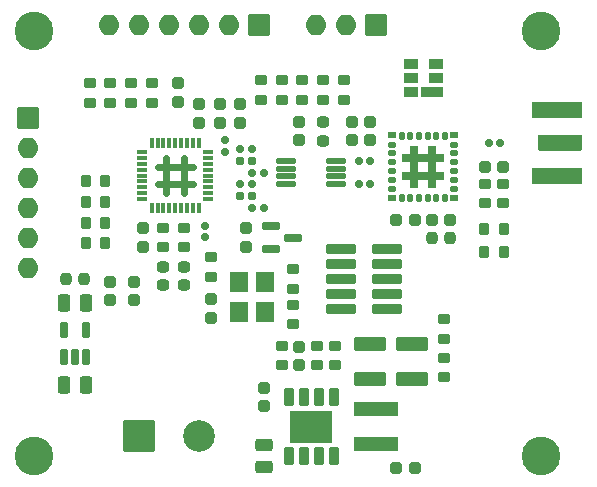
<source format=gts>
%TF.GenerationSoftware,KiCad,Pcbnew,5.99.0-unknown-c5e195bdff~131~ubuntu20.04.1*%
%TF.CreationDate,2021-08-04T16:13:58-04:00*%
%TF.ProjectId,openlst-hw,6f70656e-6c73-4742-9d68-772e6b696361,rev?*%
%TF.SameCoordinates,Original*%
%TF.FileFunction,Soldermask,Top*%
%TF.FilePolarity,Negative*%
%FSLAX46Y46*%
G04 Gerber Fmt 4.6, Leading zero omitted, Abs format (unit mm)*
G04 Created by KiCad (PCBNEW 5.99.0-unknown-c5e195bdff~131~ubuntu20.04.1) date 2021-08-04 16:13:58*
%MOMM*%
%LPD*%
G01*
G04 APERTURE LIST*
G04 Aperture macros list*
%AMRoundRect*
0 Rectangle with rounded corners*
0 $1 Rounding radius*
0 $2 $3 $4 $5 $6 $7 $8 $9 X,Y pos of 4 corners*
0 Add a 4 corners polygon primitive as box body*
4,1,4,$2,$3,$4,$5,$6,$7,$8,$9,$2,$3,0*
0 Add four circle primitives for the rounded corners*
1,1,$1+$1,$2,$3*
1,1,$1+$1,$4,$5*
1,1,$1+$1,$6,$7*
1,1,$1+$1,$8,$9*
0 Add four rect primitives between the rounded corners*
20,1,$1+$1,$2,$3,$4,$5,0*
20,1,$1+$1,$4,$5,$6,$7,0*
20,1,$1+$1,$6,$7,$8,$9,0*
20,1,$1+$1,$8,$9,$2,$3,0*%
G04 Aperture macros list end*
%ADD10C,0.600000*%
%ADD11RoundRect,0.038100X-0.850000X-0.850000X0.850000X-0.850000X0.850000X0.850000X-0.850000X0.850000X0*%
%ADD12O,1.776200X1.776200*%
%ADD13RoundRect,0.038100X-0.850000X0.850000X-0.850000X-0.850000X0.850000X-0.850000X0.850000X0.850000X0*%
%ADD14RoundRect,0.238100X0.275000X-0.200000X0.275000X0.200000X-0.275000X0.200000X-0.275000X-0.200000X0*%
%ADD15RoundRect,0.263100X0.250000X-0.225000X0.250000X0.225000X-0.250000X0.225000X-0.250000X-0.225000X0*%
%ADD16RoundRect,0.263100X-0.225000X-0.250000X0.225000X-0.250000X0.225000X0.250000X-0.225000X0.250000X0*%
%ADD17RoundRect,0.178100X0.140000X0.170000X-0.140000X0.170000X-0.140000X-0.170000X0.140000X-0.170000X0*%
%ADD18C,3.276200*%
%ADD19RoundRect,0.038100X0.375000X-0.140000X0.375000X0.140000X-0.375000X0.140000X-0.375000X-0.140000X0*%
%ADD20RoundRect,0.038100X-0.140000X-0.375000X0.140000X-0.375000X0.140000X0.375000X-0.140000X0.375000X0*%
%ADD21RoundRect,0.256850X0.256250X-0.218750X0.256250X0.218750X-0.256250X0.218750X-0.256250X-0.218750X0*%
%ADD22RoundRect,0.238100X0.200000X0.275000X-0.200000X0.275000X-0.200000X-0.275000X0.200000X-0.275000X0*%
%ADD23RoundRect,0.038100X0.275000X0.250000X-0.275000X0.250000X-0.275000X-0.250000X0.275000X-0.250000X0*%
%ADD24RoundRect,0.038100X0.275000X0.200000X-0.275000X0.200000X-0.275000X-0.200000X0.275000X-0.200000X0*%
%ADD25RoundRect,0.038100X0.200000X0.275000X-0.200000X0.275000X-0.200000X-0.275000X0.200000X-0.275000X0*%
%ADD26RoundRect,0.038100X0.300000X1.750000X-0.300000X1.750000X-0.300000X-1.750000X0.300000X-1.750000X0*%
%ADD27RoundRect,0.038100X-1.750000X0.300000X-1.750000X-0.300000X1.750000X-0.300000X1.750000X0.300000X0*%
%ADD28RoundRect,0.288100X1.100000X-0.325000X1.100000X0.325000X-1.100000X0.325000X-1.100000X-0.325000X0*%
%ADD29RoundRect,0.178100X-0.170000X0.140000X-0.170000X-0.140000X0.170000X-0.140000X0.170000X0.140000X0*%
%ADD30RoundRect,0.263100X0.225000X0.250000X-0.225000X0.250000X-0.225000X-0.250000X0.225000X-0.250000X0*%
%ADD31RoundRect,0.178100X-0.140000X-0.170000X0.140000X-0.170000X0.140000X0.170000X-0.140000X0.170000X0*%
%ADD32RoundRect,0.238100X-0.275000X0.200000X-0.275000X-0.200000X0.275000X-0.200000X0.275000X0.200000X0*%
%ADD33RoundRect,0.038100X-1.300000X-1.300000X1.300000X-1.300000X1.300000X1.300000X-1.300000X1.300000X0*%
%ADD34C,2.676200*%
%ADD35RoundRect,0.263100X-0.250000X0.225000X-0.250000X-0.225000X0.250000X-0.225000X0.250000X0.225000X0*%
%ADD36RoundRect,0.188100X0.150000X-0.512500X0.150000X0.512500X-0.150000X0.512500X-0.150000X-0.512500X0*%
%ADD37RoundRect,0.178100X0.170000X-0.140000X0.170000X0.140000X-0.170000X0.140000X-0.170000X-0.140000X0*%
%ADD38RoundRect,0.185600X0.147500X0.172500X-0.147500X0.172500X-0.147500X-0.172500X0.147500X-0.172500X0*%
%ADD39RoundRect,0.256850X-0.256250X0.218750X-0.256250X-0.218750X0.256250X-0.218750X0.256250X0.218750X0*%
%ADD40RoundRect,0.038100X1.800000X-0.575000X1.800000X0.575000X-1.800000X0.575000X-1.800000X-0.575000X0*%
%ADD41RoundRect,0.038100X-1.200000X-0.370000X1.200000X-0.370000X1.200000X0.370000X-1.200000X0.370000X0*%
%ADD42RoundRect,0.038100X1.800000X-0.635000X1.800000X0.635000X-1.800000X0.635000X-1.800000X-0.635000X0*%
%ADD43RoundRect,0.038100X2.100000X-0.675000X2.100000X0.675000X-2.100000X0.675000X-2.100000X-0.675000X0*%
%ADD44RoundRect,0.138100X-0.712500X-0.100000X0.712500X-0.100000X0.712500X0.100000X-0.712500X0.100000X0*%
%ADD45RoundRect,0.288100X-0.250000X-0.475000X0.250000X-0.475000X0.250000X0.475000X-0.250000X0.475000X0*%
%ADD46RoundRect,0.038100X0.750000X-0.800000X0.750000X0.800000X-0.750000X0.800000X-0.750000X-0.800000X0*%
%ADD47RoundRect,0.256850X-0.218750X-0.256250X0.218750X-0.256250X0.218750X0.256250X-0.218750X0.256250X0*%
%ADD48RoundRect,0.256850X0.218750X0.256250X-0.218750X0.256250X-0.218750X-0.256250X0.218750X-0.256250X0*%
%ADD49RoundRect,0.238600X0.200500X-0.552000X0.200500X0.552000X-0.200500X0.552000X-0.200500X-0.552000X0*%
%ADD50RoundRect,0.038100X1.751000X-1.306500X1.751000X1.306500X-1.751000X1.306500X-1.751000X-1.306500X0*%
%ADD51RoundRect,0.288100X0.250000X0.475000X-0.250000X0.475000X-0.250000X-0.475000X0.250000X-0.475000X0*%
%ADD52RoundRect,0.038100X0.850000X0.405000X-0.850000X0.405000X-0.850000X-0.405000X0.850000X-0.405000X0*%
%ADD53RoundRect,0.038100X0.525000X0.405000X-0.525000X0.405000X-0.525000X-0.405000X0.525000X-0.405000X0*%
%ADD54RoundRect,0.288100X-0.475000X0.250000X-0.475000X-0.250000X0.475000X-0.250000X0.475000X0.250000X0*%
%ADD55RoundRect,0.188100X-0.587500X-0.150000X0.587500X-0.150000X0.587500X0.150000X-0.587500X0.150000X0*%
%ADD56RoundRect,0.238100X-0.200000X-0.275000X0.200000X-0.275000X0.200000X0.275000X-0.200000X0.275000X0*%
%ADD57RoundRect,0.185600X-0.147500X-0.172500X0.147500X-0.172500X0.147500X0.172500X-0.147500X0.172500X0*%
G04 APERTURE END LIST*
D10*
%TO.C,U2*%
X154300000Y-88900000D02*
X151300000Y-88900000D01*
X153550000Y-86650000D02*
X153550000Y-89650000D01*
X151300000Y-87400000D02*
X154300000Y-87400000D01*
X152050000Y-86650000D02*
X152050000Y-89650000D01*
X154300000Y-88900000D02*
X151300000Y-88900000D01*
X153550000Y-86650000D02*
X153550000Y-89650000D01*
X151300000Y-87400000D02*
X154300000Y-87400000D01*
X152050000Y-86650000D02*
X152050000Y-89650000D01*
%TD*%
D11*
%TO.C,J4*%
X140342000Y-83274000D03*
D12*
X140342000Y-85814000D03*
X140342000Y-88354000D03*
X140342000Y-90894000D03*
X140342000Y-93434000D03*
X140342000Y-95974000D03*
%TD*%
D13*
%TO.C,J3*%
X159900000Y-75400000D03*
D12*
X157360000Y-75400000D03*
X154820000Y-75400000D03*
X152280000Y-75400000D03*
X149740000Y-75400000D03*
X147200000Y-75400000D03*
%TD*%
D13*
%TO.C,J5*%
X169806000Y-75400000D03*
D12*
X167266000Y-75400000D03*
X164726000Y-75400000D03*
%TD*%
D14*
%TO.C,R13*%
X163550000Y-81725000D03*
X163550000Y-80075000D03*
%TD*%
D15*
%TO.C,C3*%
X154800000Y-83675000D03*
X154800000Y-82125000D03*
%TD*%
D16*
%TO.C,C6*%
X179025000Y-87400000D03*
X180575000Y-87400000D03*
%TD*%
D17*
%TO.C,C45*%
X180280000Y-85400000D03*
X179320000Y-85400000D03*
%TD*%
D18*
%TO.C,H3*%
X183800000Y-75900000D03*
%TD*%
D14*
%TO.C,R14*%
X165300000Y-81725000D03*
X165300000Y-80075000D03*
%TD*%
D19*
%TO.C,U2*%
X150020000Y-86150000D03*
X150020000Y-86650000D03*
X150020000Y-87150000D03*
X150020000Y-87650000D03*
X150020000Y-88150000D03*
X150020000Y-88650000D03*
X150020000Y-89150000D03*
X150020000Y-89650000D03*
X150020000Y-90150000D03*
D20*
X150800000Y-90930000D03*
X151300000Y-90930000D03*
X151800000Y-90930000D03*
X152300000Y-90930000D03*
X152800000Y-90930000D03*
X153300000Y-90930000D03*
X153800000Y-90930000D03*
X154300000Y-90930000D03*
X154800000Y-90930000D03*
D19*
X155580000Y-90150000D03*
X155580000Y-89650000D03*
X155580000Y-89150000D03*
X155580000Y-88650000D03*
X155580000Y-88150000D03*
X155580000Y-87650000D03*
X155580000Y-87150000D03*
X155580000Y-86650000D03*
X155580000Y-86150000D03*
D20*
X154800000Y-85370000D03*
X154300000Y-85370000D03*
X153800000Y-85370000D03*
X153300000Y-85370000D03*
X152800000Y-85370000D03*
X152300000Y-85370000D03*
X151800000Y-85370000D03*
X151300000Y-85370000D03*
X150800000Y-85370000D03*
%TD*%
D21*
%TO.C,D2*%
X153550000Y-97437500D03*
X153550000Y-95862500D03*
%TD*%
D14*
%TO.C,R3*%
X151800000Y-94225000D03*
X151800000Y-92575000D03*
%TD*%
D22*
%TO.C,R7*%
X146875000Y-92150000D03*
X145225000Y-92150000D03*
%TD*%
D23*
%TO.C,U9*%
X176425000Y-90050000D03*
D24*
X176425000Y-89275000D03*
X176425000Y-88525000D03*
X176425000Y-87775000D03*
X176425000Y-87025000D03*
X176425000Y-86275000D03*
X176425000Y-85525000D03*
D23*
X176425000Y-84750000D03*
D25*
X175613000Y-84775000D03*
X174888000Y-84775000D03*
X174163000Y-84775000D03*
X173437000Y-84775000D03*
X172712000Y-84775000D03*
X171987000Y-84775000D03*
D23*
X171175000Y-84750000D03*
D24*
X171175000Y-85525000D03*
X171175000Y-86275000D03*
X171175000Y-87025000D03*
X171175000Y-87775000D03*
X171175000Y-88525000D03*
X171175000Y-89275000D03*
D23*
X171175000Y-90050000D03*
D25*
X171987000Y-90025000D03*
X172712000Y-90025000D03*
X173437000Y-90025000D03*
X174163000Y-90025000D03*
X174888000Y-90025000D03*
X175613000Y-90025000D03*
D26*
X174550000Y-87400000D03*
D27*
X173800000Y-86650000D03*
X173800000Y-88150000D03*
D26*
X173050000Y-87400000D03*
%TD*%
D22*
%TO.C,R6*%
X146875000Y-90400000D03*
X145225000Y-90400000D03*
%TD*%
D17*
%TO.C,C23*%
X159280000Y-85900000D03*
X158320000Y-85900000D03*
%TD*%
D14*
%TO.C,R10*%
X147300000Y-81975000D03*
X147300000Y-80325000D03*
%TD*%
D15*
%TO.C,C19*%
X153050000Y-81900000D03*
X153050000Y-80350000D03*
%TD*%
D28*
%TO.C,C15*%
X169300000Y-105375000D03*
X169300000Y-102425000D03*
%TD*%
D29*
%TO.C,C2*%
X155300000Y-92420000D03*
X155300000Y-93380000D03*
%TD*%
D15*
%TO.C,C27*%
X155800000Y-100175000D03*
X155800000Y-98625000D03*
%TD*%
%TO.C,C9*%
X149300000Y-98675000D03*
X149300000Y-97125000D03*
%TD*%
D30*
%TO.C,C8*%
X173075000Y-91900000D03*
X171525000Y-91900000D03*
%TD*%
D31*
%TO.C,C38*%
X168320000Y-86900000D03*
X169280000Y-86900000D03*
%TD*%
D22*
%TO.C,R5*%
X146875000Y-88650000D03*
X145225000Y-88650000D03*
%TD*%
D32*
%TO.C,R18*%
X162800000Y-96075000D03*
X162800000Y-97725000D03*
%TD*%
D15*
%TO.C,C44*%
X167800000Y-85175000D03*
X167800000Y-83625000D03*
%TD*%
D14*
%TO.C,R4*%
X153550000Y-94225000D03*
X153550000Y-92575000D03*
%TD*%
D21*
%TO.C,D1*%
X151800000Y-97437500D03*
X151800000Y-95862500D03*
%TD*%
D32*
%TO.C,R21*%
X175550000Y-103575000D03*
X175550000Y-105225000D03*
%TD*%
D33*
%TO.C,J1*%
X149755000Y-110205000D03*
D34*
X154835000Y-110205000D03*
%TD*%
D35*
%TO.C,C1*%
X150050000Y-92625000D03*
X150050000Y-94175000D03*
%TD*%
D36*
%TO.C,U1*%
X143350000Y-103537500D03*
X144300000Y-103537500D03*
X145250000Y-103537500D03*
X145250000Y-101262500D03*
X143350000Y-101262500D03*
%TD*%
D37*
%TO.C,C7*%
X157050000Y-86130000D03*
X157050000Y-85170000D03*
%TD*%
D38*
%TO.C,L5*%
X159285000Y-89900000D03*
X158315000Y-89900000D03*
%TD*%
D14*
%TO.C,R1*%
X161800000Y-81725000D03*
X161800000Y-80075000D03*
%TD*%
D32*
%TO.C,R36*%
X179050000Y-88825000D03*
X179050000Y-90475000D03*
%TD*%
D18*
%TO.C,H2*%
X183800000Y-111900000D03*
%TD*%
D14*
%TO.C,R11*%
X149050000Y-81975000D03*
X149050000Y-80325000D03*
%TD*%
%TO.C,R17*%
X155800000Y-96725000D03*
X155800000Y-95075000D03*
%TD*%
%TO.C,R2*%
X167050000Y-81725000D03*
X167050000Y-80075000D03*
%TD*%
D39*
%TO.C,L8*%
X165300000Y-83612500D03*
X165300000Y-85187500D03*
%TD*%
D17*
%TO.C,C21*%
X160280000Y-90900000D03*
X159320000Y-90900000D03*
%TD*%
D15*
%TO.C,C10*%
X158300000Y-83675000D03*
X158300000Y-82125000D03*
%TD*%
D40*
%TO.C,L1*%
X169800000Y-110875000D03*
X169800000Y-107925000D03*
%TD*%
D41*
%TO.C,J2*%
X166850000Y-94360000D03*
X170750000Y-94360000D03*
X166850000Y-95630000D03*
X170750000Y-95630000D03*
X166850000Y-96900000D03*
X170750000Y-96900000D03*
X166850000Y-98170000D03*
X170750000Y-98170000D03*
X166850000Y-99440000D03*
X170750000Y-99440000D03*
%TD*%
D32*
%TO.C,R19*%
X166300000Y-102575000D03*
X166300000Y-104225000D03*
%TD*%
D28*
%TO.C,C16*%
X172800000Y-105375000D03*
X172800000Y-102425000D03*
%TD*%
D14*
%TO.C,R37*%
X180550000Y-90475000D03*
X180550000Y-88825000D03*
%TD*%
D42*
%TO.C,J6*%
X185337500Y-85400000D03*
D43*
X185137500Y-82575000D03*
X185137500Y-88225000D03*
%TD*%
D14*
%TO.C,R20*%
X164800000Y-104225000D03*
X164800000Y-102575000D03*
%TD*%
D31*
%TO.C,C39*%
X168320000Y-88900000D03*
X169280000Y-88900000D03*
%TD*%
D14*
%TO.C,R9*%
X145550000Y-81975000D03*
X145550000Y-80325000D03*
%TD*%
D44*
%TO.C,U6*%
X162187500Y-86925000D03*
X162187500Y-87575000D03*
X162187500Y-88225000D03*
X162187500Y-88875000D03*
X166412500Y-88875000D03*
X166412500Y-88225000D03*
X166412500Y-87575000D03*
X166412500Y-86925000D03*
%TD*%
D45*
%TO.C,C18*%
X143350000Y-98900000D03*
X145250000Y-98900000D03*
%TD*%
D46*
%TO.C,U4*%
X160400000Y-99670000D03*
X160400000Y-97130000D03*
X158200000Y-97130000D03*
X158200000Y-99670000D03*
%TD*%
D32*
%TO.C,R22*%
X175550000Y-100325000D03*
X175550000Y-101975000D03*
%TD*%
D18*
%TO.C,H1*%
X140800000Y-111900000D03*
%TD*%
D15*
%TO.C,C22*%
X158800000Y-94175000D03*
X158800000Y-92625000D03*
%TD*%
D47*
%TO.C,L3*%
X143512500Y-96900000D03*
X145087500Y-96900000D03*
%TD*%
D22*
%TO.C,R8*%
X146875000Y-93900000D03*
X145225000Y-93900000D03*
%TD*%
D48*
%TO.C,L2*%
X176087500Y-93400000D03*
X174512500Y-93400000D03*
%TD*%
D32*
%TO.C,R27*%
X162800000Y-99075000D03*
X162800000Y-100725000D03*
%TD*%
D49*
%TO.C,U3*%
X162395000Y-111897500D03*
X163665000Y-111897500D03*
X164935000Y-111897500D03*
X166205000Y-111897500D03*
X166205000Y-106902500D03*
X164935000Y-106902500D03*
X163665000Y-106902500D03*
X162395000Y-106902500D03*
D50*
X164300000Y-109400000D03*
%TD*%
D51*
%TO.C,C17*%
X145250000Y-105900000D03*
X143350000Y-105900000D03*
%TD*%
D31*
%TO.C,C25*%
X159320000Y-87900000D03*
X160280000Y-87900000D03*
%TD*%
D52*
%TO.C,U8*%
X174550000Y-81095000D03*
D53*
X174875000Y-79900000D03*
X174875000Y-78705000D03*
X172725000Y-78705000D03*
X172725000Y-79900000D03*
X172725000Y-81095000D03*
%TD*%
D54*
%TO.C,C4*%
X160300000Y-110950000D03*
X160300000Y-112850000D03*
%TD*%
D31*
%TO.C,C24*%
X158320000Y-88900000D03*
X159280000Y-88900000D03*
%TD*%
D32*
%TO.C,R16*%
X160050000Y-80075000D03*
X160050000Y-81725000D03*
%TD*%
D15*
%TO.C,C26*%
X163300000Y-85175000D03*
X163300000Y-83625000D03*
%TD*%
D55*
%TO.C,U5*%
X160862500Y-92450000D03*
X160862500Y-94350000D03*
X162737500Y-93400000D03*
%TD*%
D18*
%TO.C,H4*%
X140800000Y-75900000D03*
%TD*%
D15*
%TO.C,C14*%
X163300000Y-104175000D03*
X163300000Y-102625000D03*
%TD*%
%TO.C,C5*%
X156550000Y-83675000D03*
X156550000Y-82125000D03*
%TD*%
D35*
%TO.C,C12*%
X160300000Y-106125000D03*
X160300000Y-107675000D03*
%TD*%
D14*
%TO.C,R12*%
X150800000Y-81975000D03*
X150800000Y-80325000D03*
%TD*%
D15*
%TO.C,C11*%
X169300000Y-85175000D03*
X169300000Y-83625000D03*
%TD*%
%TO.C,C47*%
X147300000Y-98675000D03*
X147300000Y-97125000D03*
%TD*%
D30*
%TO.C,C13*%
X173075000Y-112900000D03*
X171525000Y-112900000D03*
%TD*%
D16*
%TO.C,C46*%
X174525000Y-91900000D03*
X176075000Y-91900000D03*
%TD*%
D56*
%TO.C,R28*%
X178975000Y-92650000D03*
X180625000Y-92650000D03*
%TD*%
D57*
%TO.C,L6*%
X158315000Y-86900000D03*
X159285000Y-86900000D03*
%TD*%
D32*
%TO.C,R15*%
X161800000Y-102575000D03*
X161800000Y-104225000D03*
%TD*%
D56*
%TO.C,R26*%
X178975000Y-94650000D03*
X180625000Y-94650000D03*
%TD*%
M02*

</source>
